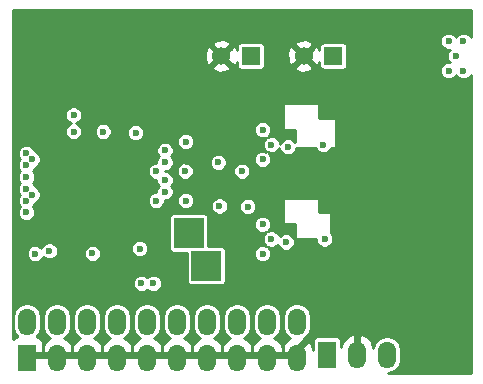
<source format=gbr>
%FSLAX46Y46*%
G04 Gerber Fmt 4.6, Leading zero omitted, Abs format (unit mm)*
G04 Created by KiCad (PCBNEW (2014-10-29 BZR 5235)-product) date 10/30/2014 3:07:56 PM*
%MOMM*%
G01*
G04 APERTURE LIST*
%ADD10C,0.100000*%
%ADD11R,1.524000X1.524000*%
%ADD12C,1.524000*%
%ADD13R,1.524000X2.286000*%
%ADD14O,1.524000X2.286000*%
%ADD15R,2.500000X2.500000*%
%ADD16C,0.600000*%
%ADD17C,0.600000*%
%ADD18C,0.250000*%
%ADD19C,0.254000*%
G04 APERTURE END LIST*
D10*
D11*
X173249680Y-72500000D03*
D12*
X170750320Y-72500000D03*
D13*
X172720000Y-97790000D03*
D14*
X175260000Y-97790000D03*
X177800000Y-97790000D03*
X160020000Y-94996000D03*
X162560000Y-94996000D03*
X165100000Y-94996000D03*
X167640000Y-94996000D03*
X167640000Y-98044000D03*
X165100000Y-98044000D03*
X162560000Y-98044000D03*
X160020000Y-98044000D03*
X170180000Y-98044000D03*
X170180000Y-94996000D03*
X157480000Y-94996000D03*
X157480000Y-98044000D03*
D13*
X147320000Y-98044000D03*
D14*
X149860000Y-98044000D03*
X152400000Y-98044000D03*
X154940000Y-98044000D03*
X154940000Y-94996000D03*
X152400000Y-94996000D03*
X149860000Y-94996000D03*
X147320000Y-94996000D03*
D11*
X166249680Y-72500000D03*
D12*
X163750320Y-72500000D03*
D15*
X161000000Y-87500000D03*
X162500000Y-90250000D03*
D16*
X167000000Y-80000000D03*
X163600000Y-79600000D03*
X163600000Y-87400000D03*
X153750000Y-77500000D03*
X160500000Y-76000000D03*
X158500000Y-76000000D03*
X156500000Y-76000000D03*
X154500000Y-76000000D03*
X162500000Y-76000000D03*
X160500000Y-78000000D03*
X162500000Y-78000000D03*
X149000000Y-91500000D03*
X157750000Y-69500000D03*
X150250000Y-69500000D03*
X175250000Y-77500000D03*
X174000000Y-77500000D03*
X172750000Y-77500000D03*
X174250000Y-85500000D03*
X172500000Y-85500000D03*
X170500000Y-91400000D03*
X157000000Y-88000000D03*
X154000000Y-85000000D03*
X152000000Y-85000000D03*
X154000000Y-83000000D03*
X152000000Y-83000000D03*
X155000000Y-84000000D03*
X155000000Y-86000000D03*
X153000000Y-86000000D03*
X151000000Y-86000000D03*
X153000000Y-84000000D03*
X155000000Y-82000000D03*
X151000000Y-82000000D03*
X176500000Y-85000000D03*
X178000000Y-85000000D03*
X179500000Y-85000000D03*
X181000000Y-85000000D03*
X182500000Y-85000000D03*
X176500000Y-77000000D03*
X178000000Y-77000000D03*
X179500000Y-77000000D03*
X181000000Y-77000000D03*
X182500000Y-77000000D03*
X176500000Y-93000000D03*
X178000000Y-93000000D03*
X179500000Y-93000000D03*
X181000000Y-93000000D03*
X182500000Y-93000000D03*
X166250000Y-86750000D03*
X148000000Y-79000000D03*
X153000000Y-82000000D03*
X151000000Y-84000000D03*
X170500000Y-83750000D03*
X149000000Y-88200000D03*
X165500000Y-90000000D03*
X165500000Y-91000000D03*
X184000000Y-89500000D03*
X184000000Y-88000000D03*
X184000000Y-86500000D03*
X184000000Y-85000000D03*
X184000000Y-83500000D03*
X184000000Y-82000000D03*
X184000000Y-80500000D03*
X184000000Y-79000000D03*
X184000000Y-77500000D03*
X152500000Y-69500000D03*
X155000000Y-69500000D03*
X179000000Y-70000000D03*
X181000000Y-70000000D03*
X181000000Y-71000000D03*
X179000000Y-71000000D03*
X152850021Y-89225114D03*
X156854438Y-88808537D03*
X184250000Y-73750000D03*
X183000000Y-73750000D03*
X183600000Y-72500000D03*
X184250000Y-71250000D03*
X183000000Y-71250000D03*
X151250000Y-77500000D03*
X149200000Y-89000000D03*
X169250000Y-88250000D03*
X169400000Y-80200000D03*
X169400000Y-80200000D03*
X172500000Y-88000000D03*
X172400000Y-80000000D03*
X167250000Y-89250000D03*
X159000000Y-84000000D03*
X167250000Y-86750000D03*
X159000000Y-83000000D03*
X167250000Y-81250000D03*
X167250000Y-81250000D03*
X159000000Y-81500000D03*
X167250000Y-78750000D03*
X167250000Y-78750000D03*
X159000000Y-80500000D03*
X163500000Y-81500000D03*
X165500000Y-82250000D03*
X163600000Y-85200000D03*
X166000000Y-85250000D03*
X168000000Y-88000846D03*
X168000000Y-79999151D03*
X160750000Y-79750000D03*
X160750000Y-84750000D03*
X160700000Y-82248955D03*
X147250000Y-80750000D03*
X147250000Y-85750000D03*
X147250000Y-84750000D03*
X147750000Y-84250000D03*
X147250000Y-83750000D03*
X147250000Y-82750000D03*
X147250000Y-81750000D03*
X147750000Y-81250000D03*
X156500000Y-79000000D03*
X158250000Y-84750000D03*
X148000000Y-89250000D03*
X151250000Y-78899998D03*
X153760729Y-78899998D03*
X158250000Y-82250000D03*
X158000000Y-91750000D03*
X157000000Y-91750000D03*
D17*
X170180000Y-97320000D02*
X170180000Y-97790000D01*
X175260000Y-95760000D02*
X174500000Y-95000000D01*
X174500000Y-95000000D02*
X172500000Y-95000000D01*
X172500000Y-95000000D02*
X170180000Y-97320000D01*
X175260000Y-97790000D02*
X175260000Y-95760000D01*
D18*
X148623020Y-97790000D02*
X148623020Y-93376980D01*
D17*
X149860000Y-97790000D02*
X148623020Y-97790000D01*
X148623020Y-97790000D02*
X147320000Y-97790000D01*
D18*
X148623020Y-93376980D02*
X149000000Y-93000000D01*
X151112220Y-93612220D02*
X151112220Y-97790000D01*
D17*
X151112220Y-97790000D02*
X149860000Y-97790000D01*
D18*
X150500000Y-93000000D02*
X151112220Y-93612220D01*
D17*
X152400000Y-97790000D02*
X151112220Y-97790000D01*
D18*
X149000000Y-93000000D02*
X150276560Y-93000000D01*
X150276560Y-93000000D02*
X150500000Y-93000000D01*
X153000000Y-93000000D02*
X153654760Y-93654760D01*
D17*
X153654760Y-97790000D02*
X152400000Y-97790000D01*
D18*
X153654760Y-93654760D02*
X153654760Y-97790000D01*
D17*
X154940000Y-97790000D02*
X153654760Y-97790000D01*
D18*
X156161740Y-97790000D02*
X156161740Y-93661740D01*
D17*
X157480000Y-97790000D02*
X156161740Y-97790000D01*
X156161740Y-97790000D02*
X154940000Y-97790000D01*
D18*
X156161740Y-93661740D02*
X155500000Y-93000000D01*
X152036780Y-93000000D02*
X153000000Y-93000000D01*
X150276560Y-93000000D02*
X152036780Y-93000000D01*
X158757620Y-97790000D02*
X158757620Y-93757620D01*
D17*
X160020000Y-97790000D02*
X158757620Y-97790000D01*
X158757620Y-97790000D02*
X157480000Y-97790000D01*
D18*
X158757620Y-93757620D02*
X158000000Y-93000000D01*
X158000000Y-93000000D02*
X154934920Y-93000000D01*
X154934920Y-93000000D02*
X152036780Y-93000000D01*
X155500000Y-93000000D02*
X154934920Y-93000000D01*
X161300160Y-97790000D02*
X161300160Y-93800160D01*
D17*
X162560000Y-97790000D02*
X161300160Y-97790000D01*
X161300160Y-97790000D02*
X160020000Y-97790000D01*
D18*
X161300160Y-93800160D02*
X160500000Y-93000000D01*
X163860480Y-97790000D02*
X163860480Y-93360480D01*
D17*
X165100000Y-97790000D02*
X163860480Y-97790000D01*
X163860480Y-97790000D02*
X162560000Y-97790000D01*
D18*
X163500000Y-93000000D02*
X158117540Y-93000000D01*
X163860480Y-93360480D02*
X163500000Y-93000000D01*
X158117540Y-93000000D02*
X155500000Y-93000000D01*
X166377416Y-97790000D02*
X166377416Y-93877416D01*
D17*
X167640000Y-97790000D02*
X166377416Y-97790000D01*
X166377416Y-97790000D02*
X165100000Y-97790000D01*
D18*
X166377416Y-93877416D02*
X165500000Y-93000000D01*
X159407656Y-93000000D02*
X158117540Y-93000000D01*
X160500000Y-93000000D02*
X159407656Y-93000000D01*
X168955516Y-97790000D02*
X168955516Y-93455516D01*
D17*
X170180000Y-97790000D02*
X168955516Y-97790000D01*
X168955516Y-97790000D02*
X167640000Y-97790000D01*
D18*
X168955516Y-93455516D02*
X168500000Y-93000000D01*
X168500000Y-93000000D02*
X163016996Y-93000000D01*
X163016996Y-93000000D02*
X159407656Y-93000000D01*
X165500000Y-93000000D02*
X163016996Y-93000000D01*
D19*
G36*
X184873000Y-99373000D02*
X177889275Y-99373000D01*
X178255011Y-99300251D01*
X178640750Y-99042508D01*
X178898493Y-98656769D01*
X178989000Y-98201758D01*
X178989000Y-97378242D01*
X178898493Y-96923231D01*
X178640750Y-96537492D01*
X178255011Y-96279749D01*
X177800000Y-96189242D01*
X177344989Y-96279749D01*
X176959250Y-96537492D01*
X176701507Y-96923231D01*
X176640955Y-97227642D01*
X176502059Y-96757059D01*
X176158026Y-96331370D01*
X175677277Y-96069740D01*
X175603070Y-96054780D01*
X175387000Y-96177280D01*
X175387000Y-97663000D01*
X175407000Y-97663000D01*
X175407000Y-97917000D01*
X175387000Y-97917000D01*
X175387000Y-97937000D01*
X175133000Y-97937000D01*
X175133000Y-97917000D01*
X175113000Y-97917000D01*
X175113000Y-97663000D01*
X175133000Y-97663000D01*
X175133000Y-96177280D01*
X174916930Y-96054780D01*
X174842723Y-96069740D01*
X174438680Y-96289625D01*
X174438680Y-73346936D01*
X174438680Y-73177065D01*
X174438680Y-71653065D01*
X174373673Y-71496124D01*
X174253556Y-71376007D01*
X174096616Y-71311000D01*
X173926745Y-71311000D01*
X172402745Y-71311000D01*
X172245804Y-71376007D01*
X172125687Y-71496124D01*
X172060680Y-71653064D01*
X172060680Y-71822935D01*
X172060680Y-71981218D01*
X171972717Y-71768857D01*
X171730533Y-71699392D01*
X171550928Y-71878997D01*
X171550928Y-71519787D01*
X171481463Y-71277603D01*
X170958018Y-71090856D01*
X170402952Y-71118638D01*
X170019177Y-71277603D01*
X169949712Y-71519787D01*
X170750320Y-72320395D01*
X171550928Y-71519787D01*
X171550928Y-71878997D01*
X170929925Y-72500000D01*
X171730533Y-73300608D01*
X171972717Y-73231143D01*
X172060680Y-72984585D01*
X172060680Y-73346935D01*
X172125687Y-73503876D01*
X172245804Y-73623993D01*
X172402744Y-73689000D01*
X172572615Y-73689000D01*
X174096615Y-73689000D01*
X174253556Y-73623993D01*
X174373673Y-73503876D01*
X174438680Y-73346936D01*
X174438680Y-96289625D01*
X174361974Y-96331370D01*
X174017941Y-96757059D01*
X173909000Y-97126151D01*
X173909000Y-96562065D01*
X173843993Y-96405124D01*
X173723876Y-96285007D01*
X173566936Y-96220000D01*
X173508000Y-96220000D01*
X173508000Y-80258000D01*
X173508000Y-77742000D01*
X172008000Y-77742000D01*
X172008000Y-76492000D01*
X171550928Y-76492000D01*
X171550928Y-73480213D01*
X170750320Y-72679605D01*
X170570715Y-72859210D01*
X170570715Y-72500000D01*
X169770107Y-71699392D01*
X169527923Y-71768857D01*
X169341176Y-72292302D01*
X169368958Y-72847368D01*
X169527923Y-73231143D01*
X169770107Y-73300608D01*
X170570715Y-72500000D01*
X170570715Y-72859210D01*
X169949712Y-73480213D01*
X170019177Y-73722397D01*
X170542622Y-73909144D01*
X171097688Y-73881362D01*
X171481463Y-73722397D01*
X171550928Y-73480213D01*
X171550928Y-76492000D01*
X168992000Y-76492000D01*
X168992000Y-78758000D01*
X169992000Y-78758000D01*
X169992000Y-79764002D01*
X169812350Y-79584039D01*
X169545244Y-79473126D01*
X169256025Y-79472874D01*
X168988725Y-79583320D01*
X168784039Y-79787650D01*
X168727065Y-79924856D01*
X168727126Y-79855176D01*
X168616680Y-79587876D01*
X168412350Y-79383190D01*
X168145244Y-79272277D01*
X167856025Y-79272025D01*
X167685521Y-79342475D01*
X167865961Y-79162350D01*
X167976874Y-78895244D01*
X167977126Y-78606025D01*
X167866680Y-78338725D01*
X167662350Y-78134039D01*
X167438680Y-78041162D01*
X167438680Y-73346936D01*
X167438680Y-73177065D01*
X167438680Y-71653065D01*
X167373673Y-71496124D01*
X167253556Y-71376007D01*
X167096616Y-71311000D01*
X166926745Y-71311000D01*
X165402745Y-71311000D01*
X165245804Y-71376007D01*
X165125687Y-71496124D01*
X165060680Y-71653064D01*
X165060680Y-71822935D01*
X165060680Y-71981218D01*
X164972717Y-71768857D01*
X164730533Y-71699392D01*
X164550928Y-71878997D01*
X164550928Y-71519787D01*
X164481463Y-71277603D01*
X163958018Y-71090856D01*
X163402952Y-71118638D01*
X163019177Y-71277603D01*
X162949712Y-71519787D01*
X163750320Y-72320395D01*
X164550928Y-71519787D01*
X164550928Y-71878997D01*
X163929925Y-72500000D01*
X164730533Y-73300608D01*
X164972717Y-73231143D01*
X165060680Y-72984585D01*
X165060680Y-73346935D01*
X165125687Y-73503876D01*
X165245804Y-73623993D01*
X165402744Y-73689000D01*
X165572615Y-73689000D01*
X167096615Y-73689000D01*
X167253556Y-73623993D01*
X167373673Y-73503876D01*
X167438680Y-73346936D01*
X167438680Y-78041162D01*
X167395244Y-78023126D01*
X167106025Y-78022874D01*
X166838725Y-78133320D01*
X166634039Y-78337650D01*
X166523126Y-78604756D01*
X166522874Y-78893975D01*
X166633320Y-79161275D01*
X166837650Y-79365961D01*
X167104756Y-79476874D01*
X167393975Y-79477126D01*
X167564478Y-79406675D01*
X167384039Y-79586801D01*
X167273126Y-79853907D01*
X167272874Y-80143126D01*
X167383320Y-80410426D01*
X167567033Y-80594459D01*
X167395244Y-80523126D01*
X167106025Y-80522874D01*
X166838725Y-80633320D01*
X166634039Y-80837650D01*
X166523126Y-81104756D01*
X166522874Y-81393975D01*
X166633320Y-81661275D01*
X166837650Y-81865961D01*
X167104756Y-81976874D01*
X167393975Y-81977126D01*
X167661275Y-81866680D01*
X167865961Y-81662350D01*
X167976874Y-81395244D01*
X167977126Y-81106025D01*
X167866680Y-80838725D01*
X167682966Y-80654691D01*
X167854756Y-80726025D01*
X168143975Y-80726277D01*
X168411275Y-80615831D01*
X168615961Y-80411501D01*
X168672934Y-80274294D01*
X168672874Y-80343975D01*
X168783320Y-80611275D01*
X168987650Y-80815961D01*
X169254756Y-80926874D01*
X169543975Y-80927126D01*
X169811275Y-80816680D01*
X170015961Y-80612350D01*
X170126874Y-80345244D01*
X170126950Y-80258000D01*
X171719988Y-80258000D01*
X171783320Y-80411275D01*
X171987650Y-80615961D01*
X172254756Y-80726874D01*
X172543975Y-80727126D01*
X172811275Y-80616680D01*
X173015961Y-80412350D01*
X173080053Y-80258000D01*
X173508000Y-80258000D01*
X173508000Y-96220000D01*
X173397065Y-96220000D01*
X173227126Y-96220000D01*
X173227126Y-87856025D01*
X173116680Y-87588725D01*
X173008000Y-87479855D01*
X173008000Y-85742000D01*
X172008000Y-85742000D01*
X172008000Y-84492000D01*
X168992000Y-84492000D01*
X168992000Y-86758000D01*
X169992000Y-86758000D01*
X169992000Y-88008000D01*
X171772992Y-88008000D01*
X171772874Y-88143975D01*
X171883320Y-88411275D01*
X172087650Y-88615961D01*
X172354756Y-88726874D01*
X172643975Y-88727126D01*
X172911275Y-88616680D01*
X173115961Y-88412350D01*
X173226874Y-88145244D01*
X173227126Y-87856025D01*
X173227126Y-96220000D01*
X171873065Y-96220000D01*
X171716124Y-96285007D01*
X171596007Y-96405124D01*
X171531000Y-96562064D01*
X171531000Y-96731935D01*
X171531000Y-97380151D01*
X171422059Y-97011059D01*
X171078026Y-96585370D01*
X170768610Y-96416982D01*
X171020750Y-96248508D01*
X171278493Y-95862769D01*
X171369000Y-95407758D01*
X171369000Y-94584242D01*
X171278493Y-94129231D01*
X171020750Y-93743492D01*
X170635011Y-93485749D01*
X170180000Y-93395242D01*
X169977126Y-93435596D01*
X169977126Y-88106025D01*
X169866680Y-87838725D01*
X169662350Y-87634039D01*
X169395244Y-87523126D01*
X169106025Y-87522874D01*
X168838725Y-87633320D01*
X168694319Y-87777473D01*
X168616680Y-87589571D01*
X168412350Y-87384885D01*
X168145244Y-87273972D01*
X167856025Y-87273720D01*
X167682624Y-87345367D01*
X167865961Y-87162350D01*
X167976874Y-86895244D01*
X167977126Y-86606025D01*
X167866680Y-86338725D01*
X167662350Y-86134039D01*
X167395244Y-86023126D01*
X167106025Y-86022874D01*
X166838725Y-86133320D01*
X166727126Y-86244724D01*
X166727126Y-85106025D01*
X166616680Y-84838725D01*
X166412350Y-84634039D01*
X166227126Y-84557126D01*
X166227126Y-82106025D01*
X166116680Y-81838725D01*
X165912350Y-81634039D01*
X165645244Y-81523126D01*
X165356025Y-81522874D01*
X165088725Y-81633320D01*
X164884039Y-81837650D01*
X164773126Y-82104756D01*
X164772874Y-82393975D01*
X164883320Y-82661275D01*
X165087650Y-82865961D01*
X165354756Y-82976874D01*
X165643975Y-82977126D01*
X165911275Y-82866680D01*
X166115961Y-82662350D01*
X166226874Y-82395244D01*
X166227126Y-82106025D01*
X166227126Y-84557126D01*
X166145244Y-84523126D01*
X165856025Y-84522874D01*
X165588725Y-84633320D01*
X165384039Y-84837650D01*
X165273126Y-85104756D01*
X165272874Y-85393975D01*
X165383320Y-85661275D01*
X165587650Y-85865961D01*
X165854756Y-85976874D01*
X166143975Y-85977126D01*
X166411275Y-85866680D01*
X166615961Y-85662350D01*
X166726874Y-85395244D01*
X166727126Y-85106025D01*
X166727126Y-86244724D01*
X166634039Y-86337650D01*
X166523126Y-86604756D01*
X166522874Y-86893975D01*
X166633320Y-87161275D01*
X166837650Y-87365961D01*
X167104756Y-87476874D01*
X167393975Y-87477126D01*
X167567375Y-87405478D01*
X167384039Y-87588496D01*
X167273126Y-87855602D01*
X167272874Y-88144821D01*
X167383320Y-88412121D01*
X167564143Y-88593259D01*
X167395244Y-88523126D01*
X167106025Y-88522874D01*
X166838725Y-88633320D01*
X166634039Y-88837650D01*
X166523126Y-89104756D01*
X166522874Y-89393975D01*
X166633320Y-89661275D01*
X166837650Y-89865961D01*
X167104756Y-89976874D01*
X167393975Y-89977126D01*
X167661275Y-89866680D01*
X167865961Y-89662350D01*
X167976874Y-89395244D01*
X167977126Y-89106025D01*
X167866680Y-88838725D01*
X167685856Y-88657586D01*
X167854756Y-88727720D01*
X168143975Y-88727972D01*
X168411275Y-88617526D01*
X168555680Y-88473372D01*
X168633320Y-88661275D01*
X168837650Y-88865961D01*
X169104756Y-88976874D01*
X169393975Y-88977126D01*
X169661275Y-88866680D01*
X169865961Y-88662350D01*
X169976874Y-88395244D01*
X169977126Y-88106025D01*
X169977126Y-93435596D01*
X169724989Y-93485749D01*
X169339250Y-93743492D01*
X169081507Y-94129231D01*
X168991000Y-94584242D01*
X168991000Y-95407758D01*
X169081507Y-95862769D01*
X169339250Y-96248508D01*
X169591389Y-96416982D01*
X169281974Y-96585370D01*
X168937941Y-97011059D01*
X168910000Y-97105723D01*
X168882059Y-97011059D01*
X168538026Y-96585370D01*
X168228610Y-96416982D01*
X168480750Y-96248508D01*
X168738493Y-95862769D01*
X168829000Y-95407758D01*
X168829000Y-94584242D01*
X168738493Y-94129231D01*
X168480750Y-93743492D01*
X168095011Y-93485749D01*
X167640000Y-93395242D01*
X167184989Y-93485749D01*
X166799250Y-93743492D01*
X166541507Y-94129231D01*
X166451000Y-94584242D01*
X166451000Y-95407758D01*
X166541507Y-95862769D01*
X166799250Y-96248508D01*
X167051389Y-96416982D01*
X166741974Y-96585370D01*
X166397941Y-97011059D01*
X166370000Y-97105723D01*
X166342059Y-97011059D01*
X165998026Y-96585370D01*
X165688610Y-96416982D01*
X165940750Y-96248508D01*
X166198493Y-95862769D01*
X166289000Y-95407758D01*
X166289000Y-94584242D01*
X166198493Y-94129231D01*
X165940750Y-93743492D01*
X165555011Y-93485749D01*
X165100000Y-93395242D01*
X164644989Y-93485749D01*
X164550928Y-93548598D01*
X164550928Y-73480213D01*
X163750320Y-72679605D01*
X163570715Y-72859210D01*
X163570715Y-72500000D01*
X162770107Y-71699392D01*
X162527923Y-71768857D01*
X162341176Y-72292302D01*
X162368958Y-72847368D01*
X162527923Y-73231143D01*
X162770107Y-73300608D01*
X163570715Y-72500000D01*
X163570715Y-72859210D01*
X162949712Y-73480213D01*
X163019177Y-73722397D01*
X163542622Y-73909144D01*
X164097688Y-73881362D01*
X164481463Y-73722397D01*
X164550928Y-73480213D01*
X164550928Y-93548598D01*
X164327126Y-93698138D01*
X164327126Y-85056025D01*
X164227126Y-84814006D01*
X164227126Y-81356025D01*
X164116680Y-81088725D01*
X163912350Y-80884039D01*
X163645244Y-80773126D01*
X163356025Y-80772874D01*
X163088725Y-80883320D01*
X162884039Y-81087650D01*
X162773126Y-81354756D01*
X162772874Y-81643975D01*
X162883320Y-81911275D01*
X163087650Y-82115961D01*
X163354756Y-82226874D01*
X163643975Y-82227126D01*
X163911275Y-82116680D01*
X164115961Y-81912350D01*
X164226874Y-81645244D01*
X164227126Y-81356025D01*
X164227126Y-84814006D01*
X164216680Y-84788725D01*
X164012350Y-84584039D01*
X163745244Y-84473126D01*
X163456025Y-84472874D01*
X163188725Y-84583320D01*
X162984039Y-84787650D01*
X162873126Y-85054756D01*
X162872874Y-85343975D01*
X162983320Y-85611275D01*
X163187650Y-85815961D01*
X163454756Y-85926874D01*
X163743975Y-85927126D01*
X164011275Y-85816680D01*
X164215961Y-85612350D01*
X164326874Y-85345244D01*
X164327126Y-85056025D01*
X164327126Y-93698138D01*
X164259250Y-93743492D01*
X164177000Y-93866587D01*
X164177000Y-91584936D01*
X164177000Y-91415065D01*
X164177000Y-88915065D01*
X164111993Y-88758124D01*
X163991876Y-88638007D01*
X163834936Y-88573000D01*
X163665065Y-88573000D01*
X162677000Y-88573000D01*
X162677000Y-86165065D01*
X162611993Y-86008124D01*
X162491876Y-85888007D01*
X162334936Y-85823000D01*
X162165065Y-85823000D01*
X161477126Y-85823000D01*
X161477126Y-84606025D01*
X161477126Y-79606025D01*
X161366680Y-79338725D01*
X161162350Y-79134039D01*
X160895244Y-79023126D01*
X160606025Y-79022874D01*
X160338725Y-79133320D01*
X160134039Y-79337650D01*
X160023126Y-79604756D01*
X160022874Y-79893975D01*
X160133320Y-80161275D01*
X160337650Y-80365961D01*
X160604756Y-80476874D01*
X160893975Y-80477126D01*
X161161275Y-80366680D01*
X161365961Y-80162350D01*
X161476874Y-79895244D01*
X161477126Y-79606025D01*
X161477126Y-84606025D01*
X161427126Y-84485015D01*
X161427126Y-82104980D01*
X161316680Y-81837680D01*
X161112350Y-81632994D01*
X160845244Y-81522081D01*
X160556025Y-81521829D01*
X160288725Y-81632275D01*
X160084039Y-81836605D01*
X159973126Y-82103711D01*
X159972874Y-82392930D01*
X160083320Y-82660230D01*
X160287650Y-82864916D01*
X160554756Y-82975829D01*
X160843975Y-82976081D01*
X161111275Y-82865635D01*
X161315961Y-82661305D01*
X161426874Y-82394199D01*
X161427126Y-82104980D01*
X161427126Y-84485015D01*
X161366680Y-84338725D01*
X161162350Y-84134039D01*
X160895244Y-84023126D01*
X160606025Y-84022874D01*
X160338725Y-84133320D01*
X160134039Y-84337650D01*
X160023126Y-84604756D01*
X160022874Y-84893975D01*
X160133320Y-85161275D01*
X160337650Y-85365961D01*
X160604756Y-85476874D01*
X160893975Y-85477126D01*
X161161275Y-85366680D01*
X161365961Y-85162350D01*
X161476874Y-84895244D01*
X161477126Y-84606025D01*
X161477126Y-85823000D01*
X159727126Y-85823000D01*
X159727126Y-83856025D01*
X159616680Y-83588725D01*
X159528133Y-83500024D01*
X159615961Y-83412350D01*
X159726874Y-83145244D01*
X159727126Y-82856025D01*
X159616680Y-82588725D01*
X159412350Y-82384039D01*
X159145244Y-82273126D01*
X158976980Y-82272979D01*
X158977020Y-82226980D01*
X159143975Y-82227126D01*
X159411275Y-82116680D01*
X159615961Y-81912350D01*
X159726874Y-81645244D01*
X159727126Y-81356025D01*
X159616680Y-81088725D01*
X159528133Y-81000024D01*
X159615961Y-80912350D01*
X159726874Y-80645244D01*
X159727126Y-80356025D01*
X159616680Y-80088725D01*
X159412350Y-79884039D01*
X159145244Y-79773126D01*
X158856025Y-79772874D01*
X158588725Y-79883320D01*
X158384039Y-80087650D01*
X158273126Y-80354756D01*
X158272874Y-80643975D01*
X158383320Y-80911275D01*
X158471866Y-80999975D01*
X158384039Y-81087650D01*
X158273126Y-81354756D01*
X158272979Y-81523019D01*
X158106025Y-81522874D01*
X157838725Y-81633320D01*
X157634039Y-81837650D01*
X157523126Y-82104756D01*
X157522874Y-82393975D01*
X157633320Y-82661275D01*
X157837650Y-82865961D01*
X158104756Y-82976874D01*
X158273019Y-82977020D01*
X158272874Y-83143975D01*
X158383320Y-83411275D01*
X158471866Y-83499975D01*
X158384039Y-83587650D01*
X158273126Y-83854756D01*
X158272979Y-84023019D01*
X158106025Y-84022874D01*
X157838725Y-84133320D01*
X157634039Y-84337650D01*
X157523126Y-84604756D01*
X157522874Y-84893975D01*
X157633320Y-85161275D01*
X157837650Y-85365961D01*
X158104756Y-85476874D01*
X158393975Y-85477126D01*
X158661275Y-85366680D01*
X158865961Y-85162350D01*
X158976874Y-84895244D01*
X158977020Y-84726980D01*
X159143975Y-84727126D01*
X159411275Y-84616680D01*
X159615961Y-84412350D01*
X159726874Y-84145244D01*
X159727126Y-83856025D01*
X159727126Y-85823000D01*
X159665065Y-85823000D01*
X159508124Y-85888007D01*
X159388007Y-86008124D01*
X159323000Y-86165064D01*
X159323000Y-86334935D01*
X159323000Y-88834935D01*
X159388007Y-88991876D01*
X159508124Y-89111993D01*
X159665064Y-89177000D01*
X159834935Y-89177000D01*
X160823000Y-89177000D01*
X160823000Y-91584935D01*
X160888007Y-91741876D01*
X161008124Y-91861993D01*
X161165064Y-91927000D01*
X161334935Y-91927000D01*
X163834935Y-91927000D01*
X163991876Y-91861993D01*
X164111993Y-91741876D01*
X164177000Y-91584936D01*
X164177000Y-93866587D01*
X164001507Y-94129231D01*
X163911000Y-94584242D01*
X163911000Y-95407758D01*
X164001507Y-95862769D01*
X164259250Y-96248508D01*
X164511389Y-96416982D01*
X164201974Y-96585370D01*
X163857941Y-97011059D01*
X163830000Y-97105723D01*
X163802059Y-97011059D01*
X163458026Y-96585370D01*
X163148610Y-96416982D01*
X163400750Y-96248508D01*
X163658493Y-95862769D01*
X163749000Y-95407758D01*
X163749000Y-94584242D01*
X163658493Y-94129231D01*
X163400750Y-93743492D01*
X163015011Y-93485749D01*
X162560000Y-93395242D01*
X162104989Y-93485749D01*
X161719250Y-93743492D01*
X161461507Y-94129231D01*
X161371000Y-94584242D01*
X161371000Y-95407758D01*
X161461507Y-95862769D01*
X161719250Y-96248508D01*
X161971389Y-96416982D01*
X161661974Y-96585370D01*
X161317941Y-97011059D01*
X161290000Y-97105723D01*
X161262059Y-97011059D01*
X160918026Y-96585370D01*
X160608610Y-96416982D01*
X160860750Y-96248508D01*
X161118493Y-95862769D01*
X161209000Y-95407758D01*
X161209000Y-94584242D01*
X161118493Y-94129231D01*
X160860750Y-93743492D01*
X160475011Y-93485749D01*
X160020000Y-93395242D01*
X159564989Y-93485749D01*
X159179250Y-93743492D01*
X158921507Y-94129231D01*
X158831000Y-94584242D01*
X158831000Y-95407758D01*
X158921507Y-95862769D01*
X159179250Y-96248508D01*
X159431389Y-96416982D01*
X159121974Y-96585370D01*
X158777941Y-97011059D01*
X158750000Y-97105723D01*
X158727126Y-97028225D01*
X158727126Y-91606025D01*
X158616680Y-91338725D01*
X158412350Y-91134039D01*
X158145244Y-91023126D01*
X157856025Y-91022874D01*
X157588725Y-91133320D01*
X157581564Y-91140468D01*
X157581564Y-88664562D01*
X157471118Y-88397262D01*
X157266788Y-88192576D01*
X157227126Y-88176106D01*
X157227126Y-78856025D01*
X157116680Y-78588725D01*
X156912350Y-78384039D01*
X156645244Y-78273126D01*
X156356025Y-78272874D01*
X156088725Y-78383320D01*
X155884039Y-78587650D01*
X155773126Y-78854756D01*
X155772874Y-79143975D01*
X155883320Y-79411275D01*
X156087650Y-79615961D01*
X156354756Y-79726874D01*
X156643975Y-79727126D01*
X156911275Y-79616680D01*
X157115961Y-79412350D01*
X157226874Y-79145244D01*
X157227126Y-78856025D01*
X157227126Y-88176106D01*
X156999682Y-88081663D01*
X156710463Y-88081411D01*
X156443163Y-88191857D01*
X156238477Y-88396187D01*
X156127564Y-88663293D01*
X156127312Y-88952512D01*
X156237758Y-89219812D01*
X156442088Y-89424498D01*
X156709194Y-89535411D01*
X156998413Y-89535663D01*
X157265713Y-89425217D01*
X157470399Y-89220887D01*
X157581312Y-88953781D01*
X157581564Y-88664562D01*
X157581564Y-91140468D01*
X157500024Y-91221866D01*
X157412350Y-91134039D01*
X157145244Y-91023126D01*
X156856025Y-91022874D01*
X156588725Y-91133320D01*
X156384039Y-91337650D01*
X156273126Y-91604756D01*
X156272874Y-91893975D01*
X156383320Y-92161275D01*
X156587650Y-92365961D01*
X156854756Y-92476874D01*
X157143975Y-92477126D01*
X157411275Y-92366680D01*
X157499975Y-92278133D01*
X157587650Y-92365961D01*
X157854756Y-92476874D01*
X158143975Y-92477126D01*
X158411275Y-92366680D01*
X158615961Y-92162350D01*
X158726874Y-91895244D01*
X158727126Y-91606025D01*
X158727126Y-97028225D01*
X158722059Y-97011059D01*
X158378026Y-96585370D01*
X158068610Y-96416982D01*
X158320750Y-96248508D01*
X158578493Y-95862769D01*
X158669000Y-95407758D01*
X158669000Y-94584242D01*
X158578493Y-94129231D01*
X158320750Y-93743492D01*
X157935011Y-93485749D01*
X157480000Y-93395242D01*
X157024989Y-93485749D01*
X156639250Y-93743492D01*
X156381507Y-94129231D01*
X156291000Y-94584242D01*
X156291000Y-95407758D01*
X156381507Y-95862769D01*
X156639250Y-96248508D01*
X156891389Y-96416982D01*
X156581974Y-96585370D01*
X156237941Y-97011059D01*
X156210000Y-97105723D01*
X156182059Y-97011059D01*
X155838026Y-96585370D01*
X155528610Y-96416982D01*
X155780750Y-96248508D01*
X156038493Y-95862769D01*
X156129000Y-95407758D01*
X156129000Y-94584242D01*
X156038493Y-94129231D01*
X155780750Y-93743492D01*
X155395011Y-93485749D01*
X154940000Y-93395242D01*
X154487855Y-93485178D01*
X154487855Y-78756023D01*
X154377409Y-78488723D01*
X154173079Y-78284037D01*
X153905973Y-78173124D01*
X153616754Y-78172872D01*
X153349454Y-78283318D01*
X153144768Y-78487648D01*
X153033855Y-78754754D01*
X153033603Y-79043973D01*
X153144049Y-79311273D01*
X153348379Y-79515959D01*
X153615485Y-79626872D01*
X153904704Y-79627124D01*
X154172004Y-79516678D01*
X154376690Y-79312348D01*
X154487603Y-79045242D01*
X154487855Y-78756023D01*
X154487855Y-93485178D01*
X154484989Y-93485749D01*
X154099250Y-93743492D01*
X153841507Y-94129231D01*
X153751000Y-94584242D01*
X153751000Y-95407758D01*
X153841507Y-95862769D01*
X154099250Y-96248508D01*
X154351389Y-96416982D01*
X154041974Y-96585370D01*
X153697941Y-97011059D01*
X153670000Y-97105723D01*
X153642059Y-97011059D01*
X153298026Y-96585370D01*
X152988610Y-96416982D01*
X153240750Y-96248508D01*
X153498493Y-95862769D01*
X153589000Y-95407758D01*
X153589000Y-94584242D01*
X153577147Y-94524652D01*
X153577147Y-89081139D01*
X153466701Y-88813839D01*
X153262371Y-88609153D01*
X152995265Y-88498240D01*
X152706046Y-88497988D01*
X152438746Y-88608434D01*
X152234060Y-88812764D01*
X152123147Y-89079870D01*
X152122895Y-89369089D01*
X152233341Y-89636389D01*
X152437671Y-89841075D01*
X152704777Y-89951988D01*
X152993996Y-89952240D01*
X153261296Y-89841794D01*
X153465982Y-89637464D01*
X153576895Y-89370358D01*
X153577147Y-89081139D01*
X153577147Y-94524652D01*
X153498493Y-94129231D01*
X153240750Y-93743492D01*
X152855011Y-93485749D01*
X152400000Y-93395242D01*
X151977126Y-93479356D01*
X151977126Y-78756023D01*
X151866680Y-78488723D01*
X151662350Y-78284037D01*
X151459796Y-78199928D01*
X151661275Y-78116680D01*
X151865961Y-77912350D01*
X151976874Y-77645244D01*
X151977126Y-77356025D01*
X151866680Y-77088725D01*
X151662350Y-76884039D01*
X151395244Y-76773126D01*
X151106025Y-76772874D01*
X150838725Y-76883320D01*
X150634039Y-77087650D01*
X150523126Y-77354756D01*
X150522874Y-77643975D01*
X150633320Y-77911275D01*
X150837650Y-78115961D01*
X151040203Y-78200069D01*
X150838725Y-78283318D01*
X150634039Y-78487648D01*
X150523126Y-78754754D01*
X150522874Y-79043973D01*
X150633320Y-79311273D01*
X150837650Y-79515959D01*
X151104756Y-79626872D01*
X151393975Y-79627124D01*
X151661275Y-79516678D01*
X151865961Y-79312348D01*
X151976874Y-79045242D01*
X151977126Y-78756023D01*
X151977126Y-93479356D01*
X151944989Y-93485749D01*
X151559250Y-93743492D01*
X151301507Y-94129231D01*
X151211000Y-94584242D01*
X151211000Y-95407758D01*
X151301507Y-95862769D01*
X151559250Y-96248508D01*
X151811389Y-96416982D01*
X151501974Y-96585370D01*
X151157941Y-97011059D01*
X151130000Y-97105723D01*
X151102059Y-97011059D01*
X150758026Y-96585370D01*
X150448610Y-96416982D01*
X150700750Y-96248508D01*
X150958493Y-95862769D01*
X151049000Y-95407758D01*
X151049000Y-94584242D01*
X150958493Y-94129231D01*
X150700750Y-93743492D01*
X150315011Y-93485749D01*
X149927126Y-93408594D01*
X149927126Y-88856025D01*
X149816680Y-88588725D01*
X149612350Y-88384039D01*
X149345244Y-88273126D01*
X149056025Y-88272874D01*
X148788725Y-88383320D01*
X148584039Y-88587650D01*
X148519998Y-88741875D01*
X148477126Y-88698928D01*
X148477126Y-84106025D01*
X148366680Y-83838725D01*
X148162350Y-83634039D01*
X147952737Y-83546999D01*
X147866680Y-83338725D01*
X147778133Y-83250024D01*
X147865961Y-83162350D01*
X147976874Y-82895244D01*
X147977126Y-82606025D01*
X147866680Y-82338725D01*
X147778133Y-82250024D01*
X147865961Y-82162350D01*
X147953000Y-81952737D01*
X148161275Y-81866680D01*
X148365961Y-81662350D01*
X148476874Y-81395244D01*
X148477126Y-81106025D01*
X148366680Y-80838725D01*
X148162350Y-80634039D01*
X147952737Y-80546999D01*
X147866680Y-80338725D01*
X147662350Y-80134039D01*
X147395244Y-80023126D01*
X147106025Y-80022874D01*
X146838725Y-80133320D01*
X146634039Y-80337650D01*
X146523126Y-80604756D01*
X146522874Y-80893975D01*
X146633320Y-81161275D01*
X146721866Y-81249975D01*
X146634039Y-81337650D01*
X146523126Y-81604756D01*
X146522874Y-81893975D01*
X146633320Y-82161275D01*
X146721866Y-82249975D01*
X146634039Y-82337650D01*
X146523126Y-82604756D01*
X146522874Y-82893975D01*
X146633320Y-83161275D01*
X146721866Y-83249975D01*
X146634039Y-83337650D01*
X146523126Y-83604756D01*
X146522874Y-83893975D01*
X146633320Y-84161275D01*
X146721866Y-84249975D01*
X146634039Y-84337650D01*
X146523126Y-84604756D01*
X146522874Y-84893975D01*
X146633320Y-85161275D01*
X146721866Y-85249975D01*
X146634039Y-85337650D01*
X146523126Y-85604756D01*
X146522874Y-85893975D01*
X146633320Y-86161275D01*
X146837650Y-86365961D01*
X147104756Y-86476874D01*
X147393975Y-86477126D01*
X147661275Y-86366680D01*
X147865961Y-86162350D01*
X147976874Y-85895244D01*
X147977126Y-85606025D01*
X147866680Y-85338725D01*
X147778133Y-85250024D01*
X147865961Y-85162350D01*
X147953000Y-84952737D01*
X148161275Y-84866680D01*
X148365961Y-84662350D01*
X148476874Y-84395244D01*
X148477126Y-84106025D01*
X148477126Y-88698928D01*
X148412350Y-88634039D01*
X148145244Y-88523126D01*
X147856025Y-88522874D01*
X147588725Y-88633320D01*
X147384039Y-88837650D01*
X147273126Y-89104756D01*
X147272874Y-89393975D01*
X147383320Y-89661275D01*
X147587650Y-89865961D01*
X147854756Y-89976874D01*
X148143975Y-89977126D01*
X148411275Y-89866680D01*
X148615961Y-89662350D01*
X148680001Y-89508124D01*
X148787650Y-89615961D01*
X149054756Y-89726874D01*
X149343975Y-89727126D01*
X149611275Y-89616680D01*
X149815961Y-89412350D01*
X149926874Y-89145244D01*
X149927126Y-88856025D01*
X149927126Y-93408594D01*
X149860000Y-93395242D01*
X149404989Y-93485749D01*
X149019250Y-93743492D01*
X148761507Y-94129231D01*
X148671000Y-94584242D01*
X148671000Y-95407758D01*
X148761507Y-95862769D01*
X149019250Y-96248508D01*
X149271389Y-96416982D01*
X148961974Y-96585370D01*
X148717000Y-96888488D01*
X148717000Y-96774690D01*
X148620327Y-96541301D01*
X148441698Y-96362673D01*
X148208309Y-96266000D01*
X148134571Y-96266000D01*
X148160750Y-96248508D01*
X148418493Y-95862769D01*
X148509000Y-95407758D01*
X148509000Y-94584242D01*
X148418493Y-94129231D01*
X148160750Y-93743492D01*
X147775011Y-93485749D01*
X147320000Y-93395242D01*
X146864989Y-93485749D01*
X146479250Y-93743492D01*
X146221507Y-94129231D01*
X146131000Y-94584242D01*
X146131000Y-95407758D01*
X146221507Y-95862769D01*
X146479250Y-96248508D01*
X146505428Y-96266000D01*
X146431691Y-96266000D01*
X146198302Y-96362673D01*
X146127000Y-96433974D01*
X146127000Y-68627000D01*
X184873000Y-68627000D01*
X184873000Y-70854020D01*
X184866680Y-70838725D01*
X184662350Y-70634039D01*
X184395244Y-70523126D01*
X184106025Y-70522874D01*
X183838725Y-70633320D01*
X183634039Y-70837650D01*
X183625115Y-70859140D01*
X183616680Y-70838725D01*
X183412350Y-70634039D01*
X183145244Y-70523126D01*
X182856025Y-70522874D01*
X182588725Y-70633320D01*
X182384039Y-70837650D01*
X182273126Y-71104756D01*
X182272874Y-71393975D01*
X182383320Y-71661275D01*
X182587650Y-71865961D01*
X182854756Y-71976874D01*
X183094798Y-71977083D01*
X182984039Y-72087650D01*
X182873126Y-72354756D01*
X182872874Y-72643975D01*
X182983320Y-72911275D01*
X183094932Y-73023082D01*
X182856025Y-73022874D01*
X182588725Y-73133320D01*
X182384039Y-73337650D01*
X182273126Y-73604756D01*
X182272874Y-73893975D01*
X182383320Y-74161275D01*
X182587650Y-74365961D01*
X182854756Y-74476874D01*
X183143975Y-74477126D01*
X183411275Y-74366680D01*
X183615961Y-74162350D01*
X183624884Y-74140859D01*
X183633320Y-74161275D01*
X183837650Y-74365961D01*
X184104756Y-74476874D01*
X184393975Y-74477126D01*
X184661275Y-74366680D01*
X184865961Y-74162350D01*
X184873000Y-74145398D01*
X184873000Y-99373000D01*
X184873000Y-99373000D01*
G37*
X184873000Y-99373000D02*
X177889275Y-99373000D01*
X178255011Y-99300251D01*
X178640750Y-99042508D01*
X178898493Y-98656769D01*
X178989000Y-98201758D01*
X178989000Y-97378242D01*
X178898493Y-96923231D01*
X178640750Y-96537492D01*
X178255011Y-96279749D01*
X177800000Y-96189242D01*
X177344989Y-96279749D01*
X176959250Y-96537492D01*
X176701507Y-96923231D01*
X176640955Y-97227642D01*
X176502059Y-96757059D01*
X176158026Y-96331370D01*
X175677277Y-96069740D01*
X175603070Y-96054780D01*
X175387000Y-96177280D01*
X175387000Y-97663000D01*
X175407000Y-97663000D01*
X175407000Y-97917000D01*
X175387000Y-97917000D01*
X175387000Y-97937000D01*
X175133000Y-97937000D01*
X175133000Y-97917000D01*
X175113000Y-97917000D01*
X175113000Y-97663000D01*
X175133000Y-97663000D01*
X175133000Y-96177280D01*
X174916930Y-96054780D01*
X174842723Y-96069740D01*
X174438680Y-96289625D01*
X174438680Y-73346936D01*
X174438680Y-73177065D01*
X174438680Y-71653065D01*
X174373673Y-71496124D01*
X174253556Y-71376007D01*
X174096616Y-71311000D01*
X173926745Y-71311000D01*
X172402745Y-71311000D01*
X172245804Y-71376007D01*
X172125687Y-71496124D01*
X172060680Y-71653064D01*
X172060680Y-71822935D01*
X172060680Y-71981218D01*
X171972717Y-71768857D01*
X171730533Y-71699392D01*
X171550928Y-71878997D01*
X171550928Y-71519787D01*
X171481463Y-71277603D01*
X170958018Y-71090856D01*
X170402952Y-71118638D01*
X170019177Y-71277603D01*
X169949712Y-71519787D01*
X170750320Y-72320395D01*
X171550928Y-71519787D01*
X171550928Y-71878997D01*
X170929925Y-72500000D01*
X171730533Y-73300608D01*
X171972717Y-73231143D01*
X172060680Y-72984585D01*
X172060680Y-73346935D01*
X172125687Y-73503876D01*
X172245804Y-73623993D01*
X172402744Y-73689000D01*
X172572615Y-73689000D01*
X174096615Y-73689000D01*
X174253556Y-73623993D01*
X174373673Y-73503876D01*
X174438680Y-73346936D01*
X174438680Y-96289625D01*
X174361974Y-96331370D01*
X174017941Y-96757059D01*
X173909000Y-97126151D01*
X173909000Y-96562065D01*
X173843993Y-96405124D01*
X173723876Y-96285007D01*
X173566936Y-96220000D01*
X173508000Y-96220000D01*
X173508000Y-80258000D01*
X173508000Y-77742000D01*
X172008000Y-77742000D01*
X172008000Y-76492000D01*
X171550928Y-76492000D01*
X171550928Y-73480213D01*
X170750320Y-72679605D01*
X170570715Y-72859210D01*
X170570715Y-72500000D01*
X169770107Y-71699392D01*
X169527923Y-71768857D01*
X169341176Y-72292302D01*
X169368958Y-72847368D01*
X169527923Y-73231143D01*
X169770107Y-73300608D01*
X170570715Y-72500000D01*
X170570715Y-72859210D01*
X169949712Y-73480213D01*
X170019177Y-73722397D01*
X170542622Y-73909144D01*
X171097688Y-73881362D01*
X171481463Y-73722397D01*
X171550928Y-73480213D01*
X171550928Y-76492000D01*
X168992000Y-76492000D01*
X168992000Y-78758000D01*
X169992000Y-78758000D01*
X169992000Y-79764002D01*
X169812350Y-79584039D01*
X169545244Y-79473126D01*
X169256025Y-79472874D01*
X168988725Y-79583320D01*
X168784039Y-79787650D01*
X168727065Y-79924856D01*
X168727126Y-79855176D01*
X168616680Y-79587876D01*
X168412350Y-79383190D01*
X168145244Y-79272277D01*
X167856025Y-79272025D01*
X167685521Y-79342475D01*
X167865961Y-79162350D01*
X167976874Y-78895244D01*
X167977126Y-78606025D01*
X167866680Y-78338725D01*
X167662350Y-78134039D01*
X167438680Y-78041162D01*
X167438680Y-73346936D01*
X167438680Y-73177065D01*
X167438680Y-71653065D01*
X167373673Y-71496124D01*
X167253556Y-71376007D01*
X167096616Y-71311000D01*
X166926745Y-71311000D01*
X165402745Y-71311000D01*
X165245804Y-71376007D01*
X165125687Y-71496124D01*
X165060680Y-71653064D01*
X165060680Y-71822935D01*
X165060680Y-71981218D01*
X164972717Y-71768857D01*
X164730533Y-71699392D01*
X164550928Y-71878997D01*
X164550928Y-71519787D01*
X164481463Y-71277603D01*
X163958018Y-71090856D01*
X163402952Y-71118638D01*
X163019177Y-71277603D01*
X162949712Y-71519787D01*
X163750320Y-72320395D01*
X164550928Y-71519787D01*
X164550928Y-71878997D01*
X163929925Y-72500000D01*
X164730533Y-73300608D01*
X164972717Y-73231143D01*
X165060680Y-72984585D01*
X165060680Y-73346935D01*
X165125687Y-73503876D01*
X165245804Y-73623993D01*
X165402744Y-73689000D01*
X165572615Y-73689000D01*
X167096615Y-73689000D01*
X167253556Y-73623993D01*
X167373673Y-73503876D01*
X167438680Y-73346936D01*
X167438680Y-78041162D01*
X167395244Y-78023126D01*
X167106025Y-78022874D01*
X166838725Y-78133320D01*
X166634039Y-78337650D01*
X166523126Y-78604756D01*
X166522874Y-78893975D01*
X166633320Y-79161275D01*
X166837650Y-79365961D01*
X167104756Y-79476874D01*
X167393975Y-79477126D01*
X167564478Y-79406675D01*
X167384039Y-79586801D01*
X167273126Y-79853907D01*
X167272874Y-80143126D01*
X167383320Y-80410426D01*
X167567033Y-80594459D01*
X167395244Y-80523126D01*
X167106025Y-80522874D01*
X166838725Y-80633320D01*
X166634039Y-80837650D01*
X166523126Y-81104756D01*
X166522874Y-81393975D01*
X166633320Y-81661275D01*
X166837650Y-81865961D01*
X167104756Y-81976874D01*
X167393975Y-81977126D01*
X167661275Y-81866680D01*
X167865961Y-81662350D01*
X167976874Y-81395244D01*
X167977126Y-81106025D01*
X167866680Y-80838725D01*
X167682966Y-80654691D01*
X167854756Y-80726025D01*
X168143975Y-80726277D01*
X168411275Y-80615831D01*
X168615961Y-80411501D01*
X168672934Y-80274294D01*
X168672874Y-80343975D01*
X168783320Y-80611275D01*
X168987650Y-80815961D01*
X169254756Y-80926874D01*
X169543975Y-80927126D01*
X169811275Y-80816680D01*
X170015961Y-80612350D01*
X170126874Y-80345244D01*
X170126950Y-80258000D01*
X171719988Y-80258000D01*
X171783320Y-80411275D01*
X171987650Y-80615961D01*
X172254756Y-80726874D01*
X172543975Y-80727126D01*
X172811275Y-80616680D01*
X173015961Y-80412350D01*
X173080053Y-80258000D01*
X173508000Y-80258000D01*
X173508000Y-96220000D01*
X173397065Y-96220000D01*
X173227126Y-96220000D01*
X173227126Y-87856025D01*
X173116680Y-87588725D01*
X173008000Y-87479855D01*
X173008000Y-85742000D01*
X172008000Y-85742000D01*
X172008000Y-84492000D01*
X168992000Y-84492000D01*
X168992000Y-86758000D01*
X169992000Y-86758000D01*
X169992000Y-88008000D01*
X171772992Y-88008000D01*
X171772874Y-88143975D01*
X171883320Y-88411275D01*
X172087650Y-88615961D01*
X172354756Y-88726874D01*
X172643975Y-88727126D01*
X172911275Y-88616680D01*
X173115961Y-88412350D01*
X173226874Y-88145244D01*
X173227126Y-87856025D01*
X173227126Y-96220000D01*
X171873065Y-96220000D01*
X171716124Y-96285007D01*
X171596007Y-96405124D01*
X171531000Y-96562064D01*
X171531000Y-96731935D01*
X171531000Y-97380151D01*
X171422059Y-97011059D01*
X171078026Y-96585370D01*
X170768610Y-96416982D01*
X171020750Y-96248508D01*
X171278493Y-95862769D01*
X171369000Y-95407758D01*
X171369000Y-94584242D01*
X171278493Y-94129231D01*
X171020750Y-93743492D01*
X170635011Y-93485749D01*
X170180000Y-93395242D01*
X169977126Y-93435596D01*
X169977126Y-88106025D01*
X169866680Y-87838725D01*
X169662350Y-87634039D01*
X169395244Y-87523126D01*
X169106025Y-87522874D01*
X168838725Y-87633320D01*
X168694319Y-87777473D01*
X168616680Y-87589571D01*
X168412350Y-87384885D01*
X168145244Y-87273972D01*
X167856025Y-87273720D01*
X167682624Y-87345367D01*
X167865961Y-87162350D01*
X167976874Y-86895244D01*
X167977126Y-86606025D01*
X167866680Y-86338725D01*
X167662350Y-86134039D01*
X167395244Y-86023126D01*
X167106025Y-86022874D01*
X166838725Y-86133320D01*
X166727126Y-86244724D01*
X166727126Y-85106025D01*
X166616680Y-84838725D01*
X166412350Y-84634039D01*
X166227126Y-84557126D01*
X166227126Y-82106025D01*
X166116680Y-81838725D01*
X165912350Y-81634039D01*
X165645244Y-81523126D01*
X165356025Y-81522874D01*
X165088725Y-81633320D01*
X164884039Y-81837650D01*
X164773126Y-82104756D01*
X164772874Y-82393975D01*
X164883320Y-82661275D01*
X165087650Y-82865961D01*
X165354756Y-82976874D01*
X165643975Y-82977126D01*
X165911275Y-82866680D01*
X166115961Y-82662350D01*
X166226874Y-82395244D01*
X166227126Y-82106025D01*
X166227126Y-84557126D01*
X166145244Y-84523126D01*
X165856025Y-84522874D01*
X165588725Y-84633320D01*
X165384039Y-84837650D01*
X165273126Y-85104756D01*
X165272874Y-85393975D01*
X165383320Y-85661275D01*
X165587650Y-85865961D01*
X165854756Y-85976874D01*
X166143975Y-85977126D01*
X166411275Y-85866680D01*
X166615961Y-85662350D01*
X166726874Y-85395244D01*
X166727126Y-85106025D01*
X166727126Y-86244724D01*
X166634039Y-86337650D01*
X166523126Y-86604756D01*
X166522874Y-86893975D01*
X166633320Y-87161275D01*
X166837650Y-87365961D01*
X167104756Y-87476874D01*
X167393975Y-87477126D01*
X167567375Y-87405478D01*
X167384039Y-87588496D01*
X167273126Y-87855602D01*
X167272874Y-88144821D01*
X167383320Y-88412121D01*
X167564143Y-88593259D01*
X167395244Y-88523126D01*
X167106025Y-88522874D01*
X166838725Y-88633320D01*
X166634039Y-88837650D01*
X166523126Y-89104756D01*
X166522874Y-89393975D01*
X166633320Y-89661275D01*
X166837650Y-89865961D01*
X167104756Y-89976874D01*
X167393975Y-89977126D01*
X167661275Y-89866680D01*
X167865961Y-89662350D01*
X167976874Y-89395244D01*
X167977126Y-89106025D01*
X167866680Y-88838725D01*
X167685856Y-88657586D01*
X167854756Y-88727720D01*
X168143975Y-88727972D01*
X168411275Y-88617526D01*
X168555680Y-88473372D01*
X168633320Y-88661275D01*
X168837650Y-88865961D01*
X169104756Y-88976874D01*
X169393975Y-88977126D01*
X169661275Y-88866680D01*
X169865961Y-88662350D01*
X169976874Y-88395244D01*
X169977126Y-88106025D01*
X169977126Y-93435596D01*
X169724989Y-93485749D01*
X169339250Y-93743492D01*
X169081507Y-94129231D01*
X168991000Y-94584242D01*
X168991000Y-95407758D01*
X169081507Y-95862769D01*
X169339250Y-96248508D01*
X169591389Y-96416982D01*
X169281974Y-96585370D01*
X168937941Y-97011059D01*
X168910000Y-97105723D01*
X168882059Y-97011059D01*
X168538026Y-96585370D01*
X168228610Y-96416982D01*
X168480750Y-96248508D01*
X168738493Y-95862769D01*
X168829000Y-95407758D01*
X168829000Y-94584242D01*
X168738493Y-94129231D01*
X168480750Y-93743492D01*
X168095011Y-93485749D01*
X167640000Y-93395242D01*
X167184989Y-93485749D01*
X166799250Y-93743492D01*
X166541507Y-94129231D01*
X166451000Y-94584242D01*
X166451000Y-95407758D01*
X166541507Y-95862769D01*
X166799250Y-96248508D01*
X167051389Y-96416982D01*
X166741974Y-96585370D01*
X166397941Y-97011059D01*
X166370000Y-97105723D01*
X166342059Y-97011059D01*
X165998026Y-96585370D01*
X165688610Y-96416982D01*
X165940750Y-96248508D01*
X166198493Y-95862769D01*
X166289000Y-95407758D01*
X166289000Y-94584242D01*
X166198493Y-94129231D01*
X165940750Y-93743492D01*
X165555011Y-93485749D01*
X165100000Y-93395242D01*
X164644989Y-93485749D01*
X164550928Y-93548598D01*
X164550928Y-73480213D01*
X163750320Y-72679605D01*
X163570715Y-72859210D01*
X163570715Y-72500000D01*
X162770107Y-71699392D01*
X162527923Y-71768857D01*
X162341176Y-72292302D01*
X162368958Y-72847368D01*
X162527923Y-73231143D01*
X162770107Y-73300608D01*
X163570715Y-72500000D01*
X163570715Y-72859210D01*
X162949712Y-73480213D01*
X163019177Y-73722397D01*
X163542622Y-73909144D01*
X164097688Y-73881362D01*
X164481463Y-73722397D01*
X164550928Y-73480213D01*
X164550928Y-93548598D01*
X164327126Y-93698138D01*
X164327126Y-85056025D01*
X164227126Y-84814006D01*
X164227126Y-81356025D01*
X164116680Y-81088725D01*
X163912350Y-80884039D01*
X163645244Y-80773126D01*
X163356025Y-80772874D01*
X163088725Y-80883320D01*
X162884039Y-81087650D01*
X162773126Y-81354756D01*
X162772874Y-81643975D01*
X162883320Y-81911275D01*
X163087650Y-82115961D01*
X163354756Y-82226874D01*
X163643975Y-82227126D01*
X163911275Y-82116680D01*
X164115961Y-81912350D01*
X164226874Y-81645244D01*
X164227126Y-81356025D01*
X164227126Y-84814006D01*
X164216680Y-84788725D01*
X164012350Y-84584039D01*
X163745244Y-84473126D01*
X163456025Y-84472874D01*
X163188725Y-84583320D01*
X162984039Y-84787650D01*
X162873126Y-85054756D01*
X162872874Y-85343975D01*
X162983320Y-85611275D01*
X163187650Y-85815961D01*
X163454756Y-85926874D01*
X163743975Y-85927126D01*
X164011275Y-85816680D01*
X164215961Y-85612350D01*
X164326874Y-85345244D01*
X164327126Y-85056025D01*
X164327126Y-93698138D01*
X164259250Y-93743492D01*
X164177000Y-93866587D01*
X164177000Y-91584936D01*
X164177000Y-91415065D01*
X164177000Y-88915065D01*
X164111993Y-88758124D01*
X163991876Y-88638007D01*
X163834936Y-88573000D01*
X163665065Y-88573000D01*
X162677000Y-88573000D01*
X162677000Y-86165065D01*
X162611993Y-86008124D01*
X162491876Y-85888007D01*
X162334936Y-85823000D01*
X162165065Y-85823000D01*
X161477126Y-85823000D01*
X161477126Y-84606025D01*
X161477126Y-79606025D01*
X161366680Y-79338725D01*
X161162350Y-79134039D01*
X160895244Y-79023126D01*
X160606025Y-79022874D01*
X160338725Y-79133320D01*
X160134039Y-79337650D01*
X160023126Y-79604756D01*
X160022874Y-79893975D01*
X160133320Y-80161275D01*
X160337650Y-80365961D01*
X160604756Y-80476874D01*
X160893975Y-80477126D01*
X161161275Y-80366680D01*
X161365961Y-80162350D01*
X161476874Y-79895244D01*
X161477126Y-79606025D01*
X161477126Y-84606025D01*
X161427126Y-84485015D01*
X161427126Y-82104980D01*
X161316680Y-81837680D01*
X161112350Y-81632994D01*
X160845244Y-81522081D01*
X160556025Y-81521829D01*
X160288725Y-81632275D01*
X160084039Y-81836605D01*
X159973126Y-82103711D01*
X159972874Y-82392930D01*
X160083320Y-82660230D01*
X160287650Y-82864916D01*
X160554756Y-82975829D01*
X160843975Y-82976081D01*
X161111275Y-82865635D01*
X161315961Y-82661305D01*
X161426874Y-82394199D01*
X161427126Y-82104980D01*
X161427126Y-84485015D01*
X161366680Y-84338725D01*
X161162350Y-84134039D01*
X160895244Y-84023126D01*
X160606025Y-84022874D01*
X160338725Y-84133320D01*
X160134039Y-84337650D01*
X160023126Y-84604756D01*
X160022874Y-84893975D01*
X160133320Y-85161275D01*
X160337650Y-85365961D01*
X160604756Y-85476874D01*
X160893975Y-85477126D01*
X161161275Y-85366680D01*
X161365961Y-85162350D01*
X161476874Y-84895244D01*
X161477126Y-84606025D01*
X161477126Y-85823000D01*
X159727126Y-85823000D01*
X159727126Y-83856025D01*
X159616680Y-83588725D01*
X159528133Y-83500024D01*
X159615961Y-83412350D01*
X159726874Y-83145244D01*
X159727126Y-82856025D01*
X159616680Y-82588725D01*
X159412350Y-82384039D01*
X159145244Y-82273126D01*
X158976980Y-82272979D01*
X158977020Y-82226980D01*
X159143975Y-82227126D01*
X159411275Y-82116680D01*
X159615961Y-81912350D01*
X159726874Y-81645244D01*
X159727126Y-81356025D01*
X159616680Y-81088725D01*
X159528133Y-81000024D01*
X159615961Y-80912350D01*
X159726874Y-80645244D01*
X159727126Y-80356025D01*
X159616680Y-80088725D01*
X159412350Y-79884039D01*
X159145244Y-79773126D01*
X158856025Y-79772874D01*
X158588725Y-79883320D01*
X158384039Y-80087650D01*
X158273126Y-80354756D01*
X158272874Y-80643975D01*
X158383320Y-80911275D01*
X158471866Y-80999975D01*
X158384039Y-81087650D01*
X158273126Y-81354756D01*
X158272979Y-81523019D01*
X158106025Y-81522874D01*
X157838725Y-81633320D01*
X157634039Y-81837650D01*
X157523126Y-82104756D01*
X157522874Y-82393975D01*
X157633320Y-82661275D01*
X157837650Y-82865961D01*
X158104756Y-82976874D01*
X158273019Y-82977020D01*
X158272874Y-83143975D01*
X158383320Y-83411275D01*
X158471866Y-83499975D01*
X158384039Y-83587650D01*
X158273126Y-83854756D01*
X158272979Y-84023019D01*
X158106025Y-84022874D01*
X157838725Y-84133320D01*
X157634039Y-84337650D01*
X157523126Y-84604756D01*
X157522874Y-84893975D01*
X157633320Y-85161275D01*
X157837650Y-85365961D01*
X158104756Y-85476874D01*
X158393975Y-85477126D01*
X158661275Y-85366680D01*
X158865961Y-85162350D01*
X158976874Y-84895244D01*
X158977020Y-84726980D01*
X159143975Y-84727126D01*
X159411275Y-84616680D01*
X159615961Y-84412350D01*
X159726874Y-84145244D01*
X159727126Y-83856025D01*
X159727126Y-85823000D01*
X159665065Y-85823000D01*
X159508124Y-85888007D01*
X159388007Y-86008124D01*
X159323000Y-86165064D01*
X159323000Y-86334935D01*
X159323000Y-88834935D01*
X159388007Y-88991876D01*
X159508124Y-89111993D01*
X159665064Y-89177000D01*
X159834935Y-89177000D01*
X160823000Y-89177000D01*
X160823000Y-91584935D01*
X160888007Y-91741876D01*
X161008124Y-91861993D01*
X161165064Y-91927000D01*
X161334935Y-91927000D01*
X163834935Y-91927000D01*
X163991876Y-91861993D01*
X164111993Y-91741876D01*
X164177000Y-91584936D01*
X164177000Y-93866587D01*
X164001507Y-94129231D01*
X163911000Y-94584242D01*
X163911000Y-95407758D01*
X164001507Y-95862769D01*
X164259250Y-96248508D01*
X164511389Y-96416982D01*
X164201974Y-96585370D01*
X163857941Y-97011059D01*
X163830000Y-97105723D01*
X163802059Y-97011059D01*
X163458026Y-96585370D01*
X163148610Y-96416982D01*
X163400750Y-96248508D01*
X163658493Y-95862769D01*
X163749000Y-95407758D01*
X163749000Y-94584242D01*
X163658493Y-94129231D01*
X163400750Y-93743492D01*
X163015011Y-93485749D01*
X162560000Y-93395242D01*
X162104989Y-93485749D01*
X161719250Y-93743492D01*
X161461507Y-94129231D01*
X161371000Y-94584242D01*
X161371000Y-95407758D01*
X161461507Y-95862769D01*
X161719250Y-96248508D01*
X161971389Y-96416982D01*
X161661974Y-96585370D01*
X161317941Y-97011059D01*
X161290000Y-97105723D01*
X161262059Y-97011059D01*
X160918026Y-96585370D01*
X160608610Y-96416982D01*
X160860750Y-96248508D01*
X161118493Y-95862769D01*
X161209000Y-95407758D01*
X161209000Y-94584242D01*
X161118493Y-94129231D01*
X160860750Y-93743492D01*
X160475011Y-93485749D01*
X160020000Y-93395242D01*
X159564989Y-93485749D01*
X159179250Y-93743492D01*
X158921507Y-94129231D01*
X158831000Y-94584242D01*
X158831000Y-95407758D01*
X158921507Y-95862769D01*
X159179250Y-96248508D01*
X159431389Y-96416982D01*
X159121974Y-96585370D01*
X158777941Y-97011059D01*
X158750000Y-97105723D01*
X158727126Y-97028225D01*
X158727126Y-91606025D01*
X158616680Y-91338725D01*
X158412350Y-91134039D01*
X158145244Y-91023126D01*
X157856025Y-91022874D01*
X157588725Y-91133320D01*
X157581564Y-91140468D01*
X157581564Y-88664562D01*
X157471118Y-88397262D01*
X157266788Y-88192576D01*
X157227126Y-88176106D01*
X157227126Y-78856025D01*
X157116680Y-78588725D01*
X156912350Y-78384039D01*
X156645244Y-78273126D01*
X156356025Y-78272874D01*
X156088725Y-78383320D01*
X155884039Y-78587650D01*
X155773126Y-78854756D01*
X155772874Y-79143975D01*
X155883320Y-79411275D01*
X156087650Y-79615961D01*
X156354756Y-79726874D01*
X156643975Y-79727126D01*
X156911275Y-79616680D01*
X157115961Y-79412350D01*
X157226874Y-79145244D01*
X157227126Y-78856025D01*
X157227126Y-88176106D01*
X156999682Y-88081663D01*
X156710463Y-88081411D01*
X156443163Y-88191857D01*
X156238477Y-88396187D01*
X156127564Y-88663293D01*
X156127312Y-88952512D01*
X156237758Y-89219812D01*
X156442088Y-89424498D01*
X156709194Y-89535411D01*
X156998413Y-89535663D01*
X157265713Y-89425217D01*
X157470399Y-89220887D01*
X157581312Y-88953781D01*
X157581564Y-88664562D01*
X157581564Y-91140468D01*
X157500024Y-91221866D01*
X157412350Y-91134039D01*
X157145244Y-91023126D01*
X156856025Y-91022874D01*
X156588725Y-91133320D01*
X156384039Y-91337650D01*
X156273126Y-91604756D01*
X156272874Y-91893975D01*
X156383320Y-92161275D01*
X156587650Y-92365961D01*
X156854756Y-92476874D01*
X157143975Y-92477126D01*
X157411275Y-92366680D01*
X157499975Y-92278133D01*
X157587650Y-92365961D01*
X157854756Y-92476874D01*
X158143975Y-92477126D01*
X158411275Y-92366680D01*
X158615961Y-92162350D01*
X158726874Y-91895244D01*
X158727126Y-91606025D01*
X158727126Y-97028225D01*
X158722059Y-97011059D01*
X158378026Y-96585370D01*
X158068610Y-96416982D01*
X158320750Y-96248508D01*
X158578493Y-95862769D01*
X158669000Y-95407758D01*
X158669000Y-94584242D01*
X158578493Y-94129231D01*
X158320750Y-93743492D01*
X157935011Y-93485749D01*
X157480000Y-93395242D01*
X157024989Y-93485749D01*
X156639250Y-93743492D01*
X156381507Y-94129231D01*
X156291000Y-94584242D01*
X156291000Y-95407758D01*
X156381507Y-95862769D01*
X156639250Y-96248508D01*
X156891389Y-96416982D01*
X156581974Y-96585370D01*
X156237941Y-97011059D01*
X156210000Y-97105723D01*
X156182059Y-97011059D01*
X155838026Y-96585370D01*
X155528610Y-96416982D01*
X155780750Y-96248508D01*
X156038493Y-95862769D01*
X156129000Y-95407758D01*
X156129000Y-94584242D01*
X156038493Y-94129231D01*
X155780750Y-93743492D01*
X155395011Y-93485749D01*
X154940000Y-93395242D01*
X154487855Y-93485178D01*
X154487855Y-78756023D01*
X154377409Y-78488723D01*
X154173079Y-78284037D01*
X153905973Y-78173124D01*
X153616754Y-78172872D01*
X153349454Y-78283318D01*
X153144768Y-78487648D01*
X153033855Y-78754754D01*
X153033603Y-79043973D01*
X153144049Y-79311273D01*
X153348379Y-79515959D01*
X153615485Y-79626872D01*
X153904704Y-79627124D01*
X154172004Y-79516678D01*
X154376690Y-79312348D01*
X154487603Y-79045242D01*
X154487855Y-78756023D01*
X154487855Y-93485178D01*
X154484989Y-93485749D01*
X154099250Y-93743492D01*
X153841507Y-94129231D01*
X153751000Y-94584242D01*
X153751000Y-95407758D01*
X153841507Y-95862769D01*
X154099250Y-96248508D01*
X154351389Y-96416982D01*
X154041974Y-96585370D01*
X153697941Y-97011059D01*
X153670000Y-97105723D01*
X153642059Y-97011059D01*
X153298026Y-96585370D01*
X152988610Y-96416982D01*
X153240750Y-96248508D01*
X153498493Y-95862769D01*
X153589000Y-95407758D01*
X153589000Y-94584242D01*
X153577147Y-94524652D01*
X153577147Y-89081139D01*
X153466701Y-88813839D01*
X153262371Y-88609153D01*
X152995265Y-88498240D01*
X152706046Y-88497988D01*
X152438746Y-88608434D01*
X152234060Y-88812764D01*
X152123147Y-89079870D01*
X152122895Y-89369089D01*
X152233341Y-89636389D01*
X152437671Y-89841075D01*
X152704777Y-89951988D01*
X152993996Y-89952240D01*
X153261296Y-89841794D01*
X153465982Y-89637464D01*
X153576895Y-89370358D01*
X153577147Y-89081139D01*
X153577147Y-94524652D01*
X153498493Y-94129231D01*
X153240750Y-93743492D01*
X152855011Y-93485749D01*
X152400000Y-93395242D01*
X151977126Y-93479356D01*
X151977126Y-78756023D01*
X151866680Y-78488723D01*
X151662350Y-78284037D01*
X151459796Y-78199928D01*
X151661275Y-78116680D01*
X151865961Y-77912350D01*
X151976874Y-77645244D01*
X151977126Y-77356025D01*
X151866680Y-77088725D01*
X151662350Y-76884039D01*
X151395244Y-76773126D01*
X151106025Y-76772874D01*
X150838725Y-76883320D01*
X150634039Y-77087650D01*
X150523126Y-77354756D01*
X150522874Y-77643975D01*
X150633320Y-77911275D01*
X150837650Y-78115961D01*
X151040203Y-78200069D01*
X150838725Y-78283318D01*
X150634039Y-78487648D01*
X150523126Y-78754754D01*
X150522874Y-79043973D01*
X150633320Y-79311273D01*
X150837650Y-79515959D01*
X151104756Y-79626872D01*
X151393975Y-79627124D01*
X151661275Y-79516678D01*
X151865961Y-79312348D01*
X151976874Y-79045242D01*
X151977126Y-78756023D01*
X151977126Y-93479356D01*
X151944989Y-93485749D01*
X151559250Y-93743492D01*
X151301507Y-94129231D01*
X151211000Y-94584242D01*
X151211000Y-95407758D01*
X151301507Y-95862769D01*
X151559250Y-96248508D01*
X151811389Y-96416982D01*
X151501974Y-96585370D01*
X151157941Y-97011059D01*
X151130000Y-97105723D01*
X151102059Y-97011059D01*
X150758026Y-96585370D01*
X150448610Y-96416982D01*
X150700750Y-96248508D01*
X150958493Y-95862769D01*
X151049000Y-95407758D01*
X151049000Y-94584242D01*
X150958493Y-94129231D01*
X150700750Y-93743492D01*
X150315011Y-93485749D01*
X149927126Y-93408594D01*
X149927126Y-88856025D01*
X149816680Y-88588725D01*
X149612350Y-88384039D01*
X149345244Y-88273126D01*
X149056025Y-88272874D01*
X148788725Y-88383320D01*
X148584039Y-88587650D01*
X148519998Y-88741875D01*
X148477126Y-88698928D01*
X148477126Y-84106025D01*
X148366680Y-83838725D01*
X148162350Y-83634039D01*
X147952737Y-83546999D01*
X147866680Y-83338725D01*
X147778133Y-83250024D01*
X147865961Y-83162350D01*
X147976874Y-82895244D01*
X147977126Y-82606025D01*
X147866680Y-82338725D01*
X147778133Y-82250024D01*
X147865961Y-82162350D01*
X147953000Y-81952737D01*
X148161275Y-81866680D01*
X148365961Y-81662350D01*
X148476874Y-81395244D01*
X148477126Y-81106025D01*
X148366680Y-80838725D01*
X148162350Y-80634039D01*
X147952737Y-80546999D01*
X147866680Y-80338725D01*
X147662350Y-80134039D01*
X147395244Y-80023126D01*
X147106025Y-80022874D01*
X146838725Y-80133320D01*
X146634039Y-80337650D01*
X146523126Y-80604756D01*
X146522874Y-80893975D01*
X146633320Y-81161275D01*
X146721866Y-81249975D01*
X146634039Y-81337650D01*
X146523126Y-81604756D01*
X146522874Y-81893975D01*
X146633320Y-82161275D01*
X146721866Y-82249975D01*
X146634039Y-82337650D01*
X146523126Y-82604756D01*
X146522874Y-82893975D01*
X146633320Y-83161275D01*
X146721866Y-83249975D01*
X146634039Y-83337650D01*
X146523126Y-83604756D01*
X146522874Y-83893975D01*
X146633320Y-84161275D01*
X146721866Y-84249975D01*
X146634039Y-84337650D01*
X146523126Y-84604756D01*
X146522874Y-84893975D01*
X146633320Y-85161275D01*
X146721866Y-85249975D01*
X146634039Y-85337650D01*
X146523126Y-85604756D01*
X146522874Y-85893975D01*
X146633320Y-86161275D01*
X146837650Y-86365961D01*
X147104756Y-86476874D01*
X147393975Y-86477126D01*
X147661275Y-86366680D01*
X147865961Y-86162350D01*
X147976874Y-85895244D01*
X147977126Y-85606025D01*
X147866680Y-85338725D01*
X147778133Y-85250024D01*
X147865961Y-85162350D01*
X147953000Y-84952737D01*
X148161275Y-84866680D01*
X148365961Y-84662350D01*
X148476874Y-84395244D01*
X148477126Y-84106025D01*
X148477126Y-88698928D01*
X148412350Y-88634039D01*
X148145244Y-88523126D01*
X147856025Y-88522874D01*
X147588725Y-88633320D01*
X147384039Y-88837650D01*
X147273126Y-89104756D01*
X147272874Y-89393975D01*
X147383320Y-89661275D01*
X147587650Y-89865961D01*
X147854756Y-89976874D01*
X148143975Y-89977126D01*
X148411275Y-89866680D01*
X148615961Y-89662350D01*
X148680001Y-89508124D01*
X148787650Y-89615961D01*
X149054756Y-89726874D01*
X149343975Y-89727126D01*
X149611275Y-89616680D01*
X149815961Y-89412350D01*
X149926874Y-89145244D01*
X149927126Y-88856025D01*
X149927126Y-93408594D01*
X149860000Y-93395242D01*
X149404989Y-93485749D01*
X149019250Y-93743492D01*
X148761507Y-94129231D01*
X148671000Y-94584242D01*
X148671000Y-95407758D01*
X148761507Y-95862769D01*
X149019250Y-96248508D01*
X149271389Y-96416982D01*
X148961974Y-96585370D01*
X148717000Y-96888488D01*
X148717000Y-96774690D01*
X148620327Y-96541301D01*
X148441698Y-96362673D01*
X148208309Y-96266000D01*
X148134571Y-96266000D01*
X148160750Y-96248508D01*
X148418493Y-95862769D01*
X148509000Y-95407758D01*
X148509000Y-94584242D01*
X148418493Y-94129231D01*
X148160750Y-93743492D01*
X147775011Y-93485749D01*
X147320000Y-93395242D01*
X146864989Y-93485749D01*
X146479250Y-93743492D01*
X146221507Y-94129231D01*
X146131000Y-94584242D01*
X146131000Y-95407758D01*
X146221507Y-95862769D01*
X146479250Y-96248508D01*
X146505428Y-96266000D01*
X146431691Y-96266000D01*
X146198302Y-96362673D01*
X146127000Y-96433974D01*
X146127000Y-68627000D01*
X184873000Y-68627000D01*
X184873000Y-70854020D01*
X184866680Y-70838725D01*
X184662350Y-70634039D01*
X184395244Y-70523126D01*
X184106025Y-70522874D01*
X183838725Y-70633320D01*
X183634039Y-70837650D01*
X183625115Y-70859140D01*
X183616680Y-70838725D01*
X183412350Y-70634039D01*
X183145244Y-70523126D01*
X182856025Y-70522874D01*
X182588725Y-70633320D01*
X182384039Y-70837650D01*
X182273126Y-71104756D01*
X182272874Y-71393975D01*
X182383320Y-71661275D01*
X182587650Y-71865961D01*
X182854756Y-71976874D01*
X183094798Y-71977083D01*
X182984039Y-72087650D01*
X182873126Y-72354756D01*
X182872874Y-72643975D01*
X182983320Y-72911275D01*
X183094932Y-73023082D01*
X182856025Y-73022874D01*
X182588725Y-73133320D01*
X182384039Y-73337650D01*
X182273126Y-73604756D01*
X182272874Y-73893975D01*
X182383320Y-74161275D01*
X182587650Y-74365961D01*
X182854756Y-74476874D01*
X183143975Y-74477126D01*
X183411275Y-74366680D01*
X183615961Y-74162350D01*
X183624884Y-74140859D01*
X183633320Y-74161275D01*
X183837650Y-74365961D01*
X184104756Y-74476874D01*
X184393975Y-74477126D01*
X184661275Y-74366680D01*
X184865961Y-74162350D01*
X184873000Y-74145398D01*
X184873000Y-99373000D01*
M02*

</source>
